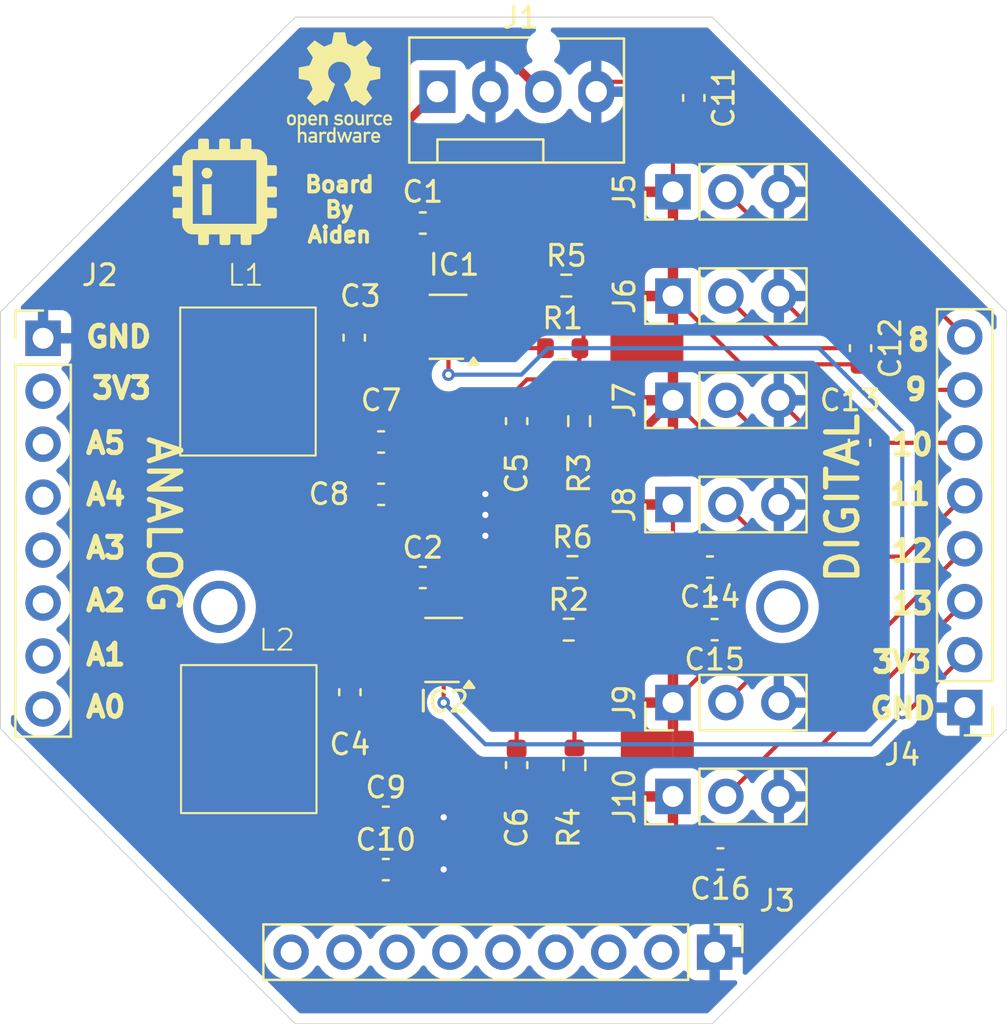
<source format=kicad_pcb>
(kicad_pcb (version 20240108) (generator "pcbnew") (generator_version "8.0")
  (layers (0 "F.Cu" signal "Top Copper") (31 "B.Cu" signal "Bottom Copper") (34 "B.Paste" user "Bottom Paste") (35 "F.Paste" user "Top Paste") (36 "B.SilkS" user "Bottom Overlay") (37 "F.SilkS" user "Top Overlay") (38 "B.Mask" user "Bottom Mask") (39 "F.Mask" user "Top Mask") (44 "Edge.Cuts" user))
  (net 0 "")
  (net 1 "GND")
  (net 2 "+BATT")
  (net 3 "+3V3")
  (net 4 "Net-(C6-Pad2)")
  (net 5 "Net-(IC1-FB)")
  (net 20 "Net-(J4-Pin_8)")
  (net 21 "Net-(J4-Pin_4)")
  (net 22 "Net-(J4-Pin_7)")
  (net 23 "Net-(J4-Pin_6)")
  (net 24 "Net-(J4-Pin_5)")
  (net 25 "Net-(J10-Pin_2)")
  (net 27 "Net-(IC1-BOOT)")
  (net 28 "Net-(IC1-LX)")
  (net 29 "Net-(IC2-LX)")
  (net 30 "Net-(IC2-BOOT)")
  (net 31 "+Vout")
  (net 32 "Net-(C5-Pad2)")
  (net 33 "+Vout1")
  (net 34 "Net-(IC2-FB)")
  (net 35 "+BATT1")
  (footprint "Capacitor_SMD:C_0603_1608Metric" (layer "F.Cu") (at 134.469995 88.237275 90)
    (property "Reference" "C3" (at 2 0.29 180) (layer "F.SilkS"))
    (property "Value" ".1uF")
    (pad "1" smd roundrect (at -0.775 0 90) (size 0.9 0.95) (layers "F.Cu" "F.Paste" "F.Mask") (net 27 "Net-(IC1-BOOT)"))
    (pad "2" smd roundrect (at 0.775 0 90) (size 0.9 0.95) (layers "F.Cu" "F.Paste" "F.Mask") (net 28 "Net-(IC1-LX)"))
  )
  (footprint "Capacitor_SMD:C_0603_1608Metric" (layer "F.Cu") (at 158.759995 88.737275 -90)
    (property "Reference" "C12" (at 0 -1.43 90) (layer "F.SilkS"))
    (property "Value" "22uF")
    (pad "1" smd roundrect (at -0.775 0 270) (size 0.9 0.95) (layers "F.Cu" "F.Paste" "F.Mask") (net 1 "GND"))
    (pad "2" smd roundrect (at 0.775 0 270) (size 0.9 0.95) (layers "F.Cu" "F.Paste" "F.Mask") (net 31 "+Vout"))
  )
  (footprint "Capacitor_SMD:C_0603_1608Metric" (layer "F.Cu") (at 151.534995 99.237275 180)
    (property "Reference" "C14" (at 0 -1.43 0) (layer "F.SilkS"))
    (property "Value" "22uF")
    (pad "1" smd roundrect (at -0.775 0 180) (size 0.9 0.95) (layers "F.Cu" "F.Paste" "F.Mask") (net 1 "GND"))
    (pad "2" smd roundrect (at 0.775 0 180) (size 0.9 0.95) (layers "F.Cu" "F.Paste" "F.Mask") (net 33 "+Vout1"))
  )
  (footprint "Connector_PinHeader_2.54mm:PinHeader_1x03_P2.54mm_Vertical" (layer "F.Cu") (at 149.759995 96.237275 90)
    (property "Reference" "J8" (at 0 -2.33 90) (layer "F.SilkS"))
    (property "Value" "Conn_01x03" (hide yes))
    (pad "1" thru_hole rect (at 0 0 90) (size 1.7 1.7) (drill 1) (layers "*.Cu" "*.Mask") (net 33 "+Vout1"))
    (pad "2" thru_hole oval (at 0 2.54 90) (size 1.7 1.7) (drill 1) (layers "*.Cu" "*.Mask") (net 24 "Net-(J4-Pin_5)"))
    (pad "3" thru_hole oval (at 0 5.08 90) (size 1.7 1.7) (drill 1) (layers "*.Cu" "*.Mask") (net 1 "GND"))
  )
  (footprint "Package_TO_SOT_SMD:TSOT-23-6_HandSoldering" (layer "F.Cu") (at 138.759995 103.237275 180)
    (property "Reference" "IC2" (at 0 -2.45 0) (layer "F.SilkS"))
    (property "Value" "RT6255BHGJ6F")
    (pad "1" smd roundrect (at -1.71 -0.95 180) (size 2 0.65) (layers "F.Cu" "F.Paste" "F.Mask") (net 34 "Net-(IC2-FB)"))
    (pad "2" smd roundrect (at -1.71 0 180) (size 2 0.65) (layers "F.Cu" "F.Paste" "F.Mask") (net 3 "+3V3"))
    (pad "3" smd roundrect (at -1.71 0.95 180) (size 2 0.65) (layers "F.Cu" "F.Paste" "F.Mask") (net 1 "GND"))
    (pad "4" smd roundrect (at 1.71 0.95 180) (size 2 0.65) (layers "F.Cu" "F.Paste" "F.Mask") (net 35 "+BATT1"))
    (pad "5" smd roundrect (at 1.71 0 180) (size 2 0.65) (layers "F.Cu" "F.Paste" "F.Mask") (net 29 "Net-(IC2-LX)"))
    (pad "6" smd roundrect (at 1.71 -0.95 180) (size 2 0.65) (layers "F.Cu" "F.Paste" "F.Mask") (net 30 "Net-(IC2-BOOT)"))
  )
  (footprint "Connector_PinHeader_2.54mm:PinHeader_1x03_P2.54mm_Vertical" (layer "F.Cu") (at 149.759995 91.237275 90)
    (property "Reference" "J7" (at 0 -2.33 90) (layer "F.SilkS"))
    (property "Value" "Conn_01x03" (hide yes))
    (pad "1" thru_hole rect (at 0 0 90) (size 1.7 1.7) (drill 1) (layers "*.Cu" "*.Mask") (net 31 "+Vout"))
    (pad "2" thru_hole oval (at 0 2.54 90) (size 1.7 1.7) (drill 1) (layers "*.Cu" "*.Mask") (net 23 "Net-(J4-Pin_6)"))
    (pad "3" thru_hole oval (at 0 5.08 90) (size 1.7 1.7) (drill 1) (layers "*.Cu" "*.Mask") (net 1 "GND"))
  )
  (footprint "Resistor_SMD:R_0603_1608Metric" (layer "F.Cu") (at 145.259995 92.237275 -90)
    (property "Reference" "R3" (at 2.5 0 90) (layer "F.SilkS"))
    (property "Value" "147K")
    (pad "1" smd roundrect (at -0.825 0 270) (size 0.8 0.95) (layers "F.Cu" "F.Paste" "F.Mask") (net 32 "Net-(C5-Pad2)"))
    (pad "2" smd roundrect (at 0.825 0 270) (size 0.8 0.95) (layers "F.Cu" "F.Paste" "F.Mask") (net 31 "+Vout"))
  )
  (footprint "Package_TO_SOT_SMD:TSOT-23-6_HandSoldering" (layer "F.Cu") (at 138.969995 87.737275 180)
    (property "Reference" "IC1" (at -0.29 3 0) (layer "F.SilkS"))
    (property "Value" "RT6255BHGJ6F")
    (pad "1" smd roundrect (at -1.71 -0.95 180) (size 2 0.65) (layers "F.Cu" "F.Paste" "F.Mask") (net 5 "Net-(IC1-FB)"))
    (pad "2" smd roundrect (at -1.71 0 180) (size 2 0.65) (layers "F.Cu" "F.Paste" "F.Mask") (net 3 "+3V3"))
    (pad "3" smd roundrect (at -1.71 0.95 180) (size 2 0.65) (layers "F.Cu" "F.Paste" "F.Mask") (net 1 "GND"))
    (pad "4" smd roundrect (at 1.71 0.95 180) (size 2 0.65) (layers "F.Cu" "F.Paste" "F.Mask") (net 2 "+BATT"))
    (pad "5" smd roundrect (at 1.71 0 180) (size 2 0.65) (layers "F.Cu" "F.Paste" "F.Mask") (net 28 "Net-(IC1-LX)"))
    (pad "6" smd roundrect (at 1.71 -0.95 180) (size 2 0.65) (layers "F.Cu" "F.Paste" "F.Mask") (net 27 "Net-(IC1-BOOT)"))
  )
  (footprint "Resistor_SMD:R_0603_1608Metric" (layer "F.Cu") (at 144.759995 102.237275)
    (property "Reference" "R2" (at 0 -1.43 0) (layer "F.SilkS"))
    (property "Value" "5K")
    (pad "1" smd roundrect (at -0.825 0) (size 0.8 0.95) (layers "F.Cu" "F.Paste" "F.Mask") (net 34 "Net-(IC2-FB)"))
    (pad "2" smd roundrect (at 0.825 0) (size 0.8 0.95) (layers "F.Cu" "F.Paste" "F.Mask") (net 4 "Net-(C6-Pad2)"))
  )
  (footprint "Resistor_SMD:R_0603_1608Metric" (layer "F.Cu") (at 144.934995 99.237275)
    (property "Reference" "R6" (at 0 -1.43 0) (layer "F.SilkS"))
    (property "Value" "20K")
    (pad "1" smd roundrect (at -0.825 0) (size 0.8 0.95) (layers "F.Cu" "F.Paste" "F.Mask") (net 1 "GND"))
    (pad "2" smd roundrect (at 0.825 0) (size 0.8 0.95) (layers "F.Cu" "F.Paste" "F.Mask") (net 4 "Net-(C6-Pad2)"))
  )
  (footprint "logos.preety:openSource" (layer "F.Cu") (at 133.759995 76.237275)
    (property "Reference" "G***" (hide yes))
    (property "Value" "LOGO" (hide yes))
  )
  (footprint "" (layer "F.Cu") (at 127.995533 101.144602)
    (property "Reference" "" (at 0 0 0) (layer "F.SilkS") (effects (font (size 1.27 1.27))))
    (property "Value" "")
    (pad "1" thru_hole circle (at 0 0) (size 2.5 2.5) (drill 1.75) (layers "*.Cu" "*.Mask"))
  )
  (footprint "Connector_PinHeader_2.54mm:PinHeader_1x09_P2.54mm_Vertical" (layer "F.Cu") (at 151.759995 117.7067 -90)
    (property "Reference" "J3" (at -2.469425 -3 180) (layer "F.SilkS"))
    (property "Value" "Conn_01x09" (hide yes))
    (pad "1" thru_hole rect (at 0 0 270) (size 1.7 1.7) (drill 1) (layers "*.Cu" "*.Mask") (net 1 "GND"))
    (pad "2" thru_hole oval (at 0 2.54 270) (size 1.7 1.7) (drill 1) (layers "*.Cu" "*.Mask"))
    (pad "3" thru_hole oval (at 0 5.08 270) (size 1.7 1.7) (drill 1) (layers "*.Cu" "*.Mask"))
    (pad "4" thru_hole oval (at 0 7.62 270) (size 1.7 1.7) (drill 1) (layers "*.Cu" "*.Mask"))
    (pad "5" thru_hole oval (at 0 10.16 270) (size 1.7 1.7) (drill 1) (layers "*.Cu" "*.Mask"))
    (pad "6" thru_hole oval (at 0 12.7 270) (size 1.7 1.7) (drill 1) (layers "*.Cu" "*.Mask"))
    (pad "7" thru_hole oval (at 0 15.24 270) (size 1.7 1.7) (drill 1) (layers "*.Cu" "*.Mask"))
    (pad "8" thru_hole oval (at 0 17.78 270) (size 1.7 1.7) (drill 1) (layers "*.Cu" "*.Mask"))
    (pad "9" thru_hole oval (at 0 20.32 270) (size 1.7 1.7) (drill 1) (layers "*.Cu" "*.Mask"))
  )
  (footprint "Capacitor_SMD:C_0603_1608Metric" (layer "F.Cu") (at 134.259995 105.237275 90)
    (property "Reference" "C4" (at -2.5 0 180) (layer "F.SilkS"))
    (property "Value" ".1uF")
    (pad "1" smd roundrect (at -0.775 0 90) (size 0.9 0.95) (layers "F.Cu" "F.Paste" "F.Mask") (net 30 "Net-(IC2-BOOT)"))
    (pad "2" smd roundrect (at 0.775 0 90) (size 0.9 0.95) (layers "F.Cu" "F.Paste" "F.Mask") (net 29 "Net-(IC2-LX)"))
  )
  (footprint "LibrarySPM6530T:SPM6530T-4R7M" (layer "F.Cu") (at 132.659995 103.937275 -90)
    (property "Reference" "L2" (at -1.2 1.9 0) (layer "F.SilkS") (effects (font (thickness 0.1))))
    (property "Value" "4.7uH")
    (pad "1" smd roundrect (at 0.8 3.4 270) (size 1.55 3.2) (layers "F.Cu" "F.Paste" "F.Mask") (net 29 "Net-(IC2-LX)"))
    (pad "2" smd roundrect (at 6.3 3.4 270) (size 1.55 3.2) (layers "F.Cu" "F.Paste" "F.Mask") (net 33 "+Vout1"))
  )
  (footprint "Connector_PinHeader_2.54mm:PinHeader_1x03_P2.54mm_Vertical" (layer "F.Cu") (at 149.759995 81.237275 90)
    (property "Reference" "J5" (at 0 -2.33 90) (layer "F.SilkS"))
    (property "Value" "Conn_01x03" (hide yes))
    (pad "1" thru_hole rect (at 0 0 90) (size 1.7 1.7) (drill 1) (layers "*.Cu" "*.Mask") (net 31 "+Vout"))
    (pad "2" thru_hole oval (at 0 2.54 90) (size 1.7 1.7) (drill 1) (layers "*.Cu" "*.Mask") (net 20 "Net-(J4-Pin_8)"))
    (pad "3" thru_hole oval (at 0 5.08 90) (size 1.7 1.7) (drill 1) (layers "*.Cu" "*.Mask") (net 1 "GND"))
  )
  (footprint "Connector_PinHeader_2.54mm:PinHeader_1x08_P2.54mm_Vertical" (layer "F.Cu") (at 163.759995 105.977275 180)
    (property "Reference" "J4" (at 3 -2.26 0) (layer "F.SilkS"))
    (property "Value" "Conn_01x08" (hide yes))
    (pad "1" thru_hole rect (at 0 0 180) (size 1.7 1.7) (drill 1) (layers "*.Cu" "*.Mask") (net 1 "GND"))
    (pad "2" thru_hole oval (at 0 2.54 180) (size 1.7 1.7) (drill 1) (layers "*.Cu" "*.Mask") (net 3 "+3V3"))
    (pad "3" thru_hole oval (at 0 5.08 180) (size 1.7 1.7) (drill 1) (layers "*.Cu" "*.Mask") (net 25 "Net-(J10-Pin_2)"))
    (pad "4" thru_hole oval (at 0 7.62 180) (size 1.7 1.7) (drill 1) (layers "*.Cu" "*.Mask") (net 21 "Net-(J4-Pin_4)"))
    (pad "5" thru_hole oval (at 0 10.16 180) (size 1.7 1.7) (drill 1) (layers "*.Cu" "*.Mask") (net 24 "Net-(J4-Pin_5)"))
    (pad "6" thru_hole oval (at 0 12.7 180) (size 1.7 1.7) (drill 1) (layers "*.Cu" "*.Mask") (net 23 "Net-(J4-Pin_6)"))
    (pad "7" thru_hole oval (at 0 15.24 180) (size 1.7 1.7) (drill 1) (layers "*.Cu" "*.Mask") (net 22 "Net-(J4-Pin_7)"))
    (pad "8" thru_hole oval (at 0 17.78 180) (size 1.7 1.7) (drill 1) (layers "*.Cu" "*.Mask") (net 20 "Net-(J4-Pin_8)"))
  )
  (footprint "Capacitor_SMD:C_0603_1608Metric" (layer "F.Cu") (at 135.759995 95.747275)
    (property "Reference" "C8" (at -2.5 -0.01 0) (layer "F.SilkS"))
    (property "Value" "100pF")
    (pad "1" smd roundrect (at -0.775 0) (size 0.9 0.95) (layers "F.Cu" "F.Paste" "F.Mask") (net 31 "+Vout"))
    (pad "2" smd roundrect (at 0.775 0) (size 0.9 0.95) (layers "F.Cu" "F.Paste" "F.Mask") (net 1 "GND"))
  )
  (footprint "Connector:FanPinHeader_1x04_P2.54mm_Vertical" (layer "F.Cu") (at 138.459995 76.437275)
    (property "Reference" "J1" (at 4 -3.55 0) (layer "F.SilkS"))
    (property "Value" "Screw_Terminal_01x04")
    (pad "" np_thru_hole circle (at 5.08 -2.16 90) (size 1.1 1.1) (drill 1.1) (layers "*.Cu" "*.Mask"))
    (pad "1" thru_hole rect (at 0 0 90) (size 2.03 1.73) (drill 1.02) (layers "*.Cu" "*.Mask") (net 2 "+BATT"))
    (pad "2" thru_hole oval (at 2.54 0 90) (size 2.03 1.73) (drill 1.02) (layers "*.Cu" "*.Mask") (net 1 "GND"))
    (pad "3" thru_hole oval (at 5.08 0 90) (size 2.03 1.73) (drill 1.02) (layers "*.Cu" "*.Mask") (net 35 "+BATT1"))
    (pad "4" thru_hole oval (at 7.62 0 90) (size 2.03 1.73) (drill 1.02) (layers "*.Cu" "*.Mask") (net 1 "GND"))
  )
  (footprint "Connector_PinHeader_2.54mm:PinHeader_1x03_P2.54mm_Vertical" (layer "F.Cu") (at 149.759995 110.237275 90)
    (property "Reference" "J10" (at 0 -2.33 90) (layer "F.SilkS"))
    (property "Value" "Conn_01x03" (hide yes))
    (pad "1" thru_hole rect (at 0 0 90) (size 1.7 1.7) (drill 1) (layers "*.Cu" "*.Mask") (net 33 "+Vout1"))
    (pad "2" thru_hole oval (at 0 2.54 90) (size 1.7 1.7) (drill 1) (layers "*.Cu" "*.Mask") (net 25 "Net-(J10-Pin_2)"))
    (pad "3" thru_hole oval (at 0 5.08 90) (size 1.7 1.7) (drill 1) (layers "*.Cu" "*.Mask") (net 1 "GND"))
  )
  (footprint "Resistor_SMD:R_0603_1608Metric" (layer "F.Cu") (at 144.644995 85.737275)
    (property "Reference" "R5" (at 0 -1.43 0) (layer "F.SilkS"))
    (property "Value" "20K")
    (pad "1" smd roundrect (at -0.825 0) (size 0.8 0.95) (layers "F.Cu" "F.Paste" "F.Mask") (net 1 "GND"))
    (pad "2" smd roundrect (at 0.825 0) (size 0.8 0.95) (layers "F.Cu" "F.Paste" "F.Mask") (net 32 "Net-(C5-Pad2)"))
  )
  (footprint "Connector_PinHeader_2.54mm:PinHeader_1x08_P2.54mm_Vertical" (layer "F.Cu") (at 119.541749 88.262961)
    (property "Reference" "J2" (at 2.718246 -3.025686 0) (layer "F.SilkS"))
    (property "Value" "Conn_01x08" (hide yes))
    (pad "1" thru_hole rect (at 0 0) (size 1.7 1.7) (drill 1) (layers "*.Cu" "*.Mask") (net 1 "GND"))
    (pad "2" thru_hole oval (at 0 2.54) (size 1.7 1.7) (drill 1) (layers "*.Cu" "*.Mask"))
    (pad "3" thru_hole oval (at 0 5.08) (size 1.7 1.7) (drill 1) (layers "*.Cu" "*.Mask"))
    (pad "4" thru_hole oval (at 0 7.62) (size 1.7 1.7) (drill 1) (layers "*.Cu" "*.Mask"))
    (pad "5" thru_hole oval (at 0 10.16) (size 1.7 1.7) (drill 1) (layers "*.Cu" "*.Mask"))
    (pad "6" thru_hole oval (at 0 12.7) (size 1.7 1.7) (drill 1) (layers "*.Cu" "*.Mask"))
    (pad "7" thru_hole oval (at 0 15.24) (size 1.7 1.7) (drill 1) (layers "*.Cu" "*.Mask"))
    (pad "8" thru_hole oval (at 0 17.78) (size 1.7 1.7) (drill 1) (layers "*.Cu" "*.Mask"))
  )
  (footprint "Connector_PinHeader_2.54mm:PinHeader_1x03_P2.54mm_Vertical" (layer "F.Cu") (at 149.759995 86.237275 90)
    (property "Reference" "J6" (at 0 -2.33 90) (layer "F.SilkS"))
    (property "Value" "Conn_01x03" (hide yes))
    (pad "1" thru_hole rect (at 0 0 90) (size 1.7 1.7) (drill 1) (layers "*.Cu" "*.Mask") (net 31 "+Vout"))
    (pad "2" thru_hole oval (at 0 2.54 90) (size 1.7 1.7) (drill 1) (layers "*.Cu" "*.Mask") (net 22 "Net-(J4-Pin_7)"))
    (pad "3" thru_hole oval (at 0 5.08 90) (size 1.7 1.7) (drill 1) (layers "*.Cu" "*.Mask") (net 1 "GND"))
  )
  (footprint "" (layer "F.Cu") (at 155.00103 101.13368)
    (property "Reference" "" (at 0 0 0) (layer "F.SilkS") (effects (font (size 1.27 1.27))))
    (property "Value" "")
    (pad "2" thru_hole circle (at 0 0) (size 2.5 2.5) (drill 1.75) (layers "*.Cu" "*.Mask"))
  )
  (footprint "Capacitor_SMD:C_0603_1608Metric" (layer "F.Cu") (at 135.759995 93.237275)
    (property "Reference" "C7" (at 0 -2 0) (layer "F.SilkS"))
    (property "Value" "100pF")
    (pad "1" smd roundrect (at -0.775 0) (size 0.9 0.95) (layers "F.Cu" "F.Paste" "F.Mask") (net 31 "+Vout"))
    (pad "2" smd roundrect (at 0.775 0) (size 0.9 0.95) (layers "F.Cu" "F.Paste" "F.Mask") (net 1 "GND"))
  )
  (footprint "logos.preety:iotaCore" (layer "F.Cu") (at 128.259995 81.237275)
    (property "Reference" "G***" (hide yes))
    (property "Value" "LOGO" (hide yes))
  )
  (footprint "Capacitor_SMD:C_0603_1608Metric" (layer "F.Cu") (at 150.759995 76.737275 -90)
    (property "Reference" "C11" (at 0 -1.43 90) (layer "F.SilkS"))
    (property "Value" "22uF")
    (pad "1" smd roundrect (at -0.775 0 270) (size 0.9 0.95) (layers "F.Cu" "F.Paste" "F.Mask") (net 1 "GND"))
    (pad "2" smd roundrect (at 0.775 0 270) (size 0.9 0.95) (layers "F.Cu" "F.Paste" "F.Mask") (net 31 "+Vout"))
  )
  (footprint "LibrarySPM6530T:SPM6530T-4R7M" (layer "F.Cu") (at 132.619995 86.787275 -90)
    (property "Reference" "L1" (at -1.55 3.36 0) (layer "F.SilkS") (effects (font (thickness 0.1))))
    (property "Value" "4.7uH")
    (pad "1" smd roundrect (at 0.8 3.4 270) (size 1.55 3.2) (layers "F.Cu" "F.Paste" "F.Mask") (net 28 "Net-(IC1-LX)"))
    (pad "2" smd roundrect (at 6.3 3.4 270) (size 1.55 3.2) (layers "F.Cu" "F.Paste" "F.Mask") (net 31 "+Vout"))
  )
  (footprint "Capacitor_SMD:C_0603_1608Metric" (layer "F.Cu") (at 137.759995 99.737275)
    (property "Reference" "C2" (at 0 -1.43 0) (layer "F.SilkS"))
    (property "Value" "22uF")
    (pad "1" smd roundrect (at -0.775 0) (size 0.9 0.95) (layers "F.Cu" "F.Paste" "F.Mask") (net 35 "+BATT1"))
    (pad "2" smd roundrect (at 0.775 0) (size 0.9 0.95) (layers "F.Cu" "F.Paste" "F.Mask") (net 1 "GND"))
  )
  (footprint "Capacitor_SMD:C_0603_1608Metric" (layer "F.Cu") (at 135.984995 113.747275)
    (property "Reference" "C10" (at 0 -1.43 0) (layer "F.SilkS"))
    (property "Value" "100pF")
    (pad "1" smd roundrect (at -0.775 0) (size 0.9 0.95) (layers "F.Cu" "F.Paste" "F.Mask") (net 33 "+Vout1"))
    (pad "2" smd roundrect (at 0.775 0) (size 0.9 0.95) (layers "F.Cu" "F.Paste" "F.Mask") (net 1 "GND"))
  )
  (footprint "Resistor_SMD:R_0603_1608Metric" (layer "F.Cu") (at 145.034995 108.737275 -90)
    (property "Reference" "R4" (at 3 0.275 90) (layer "F.SilkS"))
    (property "Value" "147K")
    (pad "1" smd roundrect (at -0.825 0 270) (size 0.8 0.95) (layers "F.Cu" "F.Paste" "F.Mask") (net 4 "Net-(C6-Pad2)"))
    (pad "2" smd roundrect (at 0.825 0 270) (size 0.8 0.95) (layers "F.Cu" "F.Paste" "F.Mask") (net 33 "+Vout1"))
  )
  (footprint "Capacitor_SMD:C_0603_1608Metric" (layer "F.Cu") (at 152.034995 113.237275 180)
    (property "Reference" "C16" (at 0 -1.43 0) (layer "F.SilkS"))
    (property "Value" "22uF")
    (pad "1" smd roundrect (at -0.775 0 180) (size 0.9 0.95) (layers "F.Cu" "F.Paste" "F.Mask") (net 1 "GND"))
    (pad "2" smd roundrect (at 0.775 0 180) (size 0.9 0.95) (layers "F.Cu" "F.Paste" "F.Mask") (net 33 "+Vout1"))
  )
  (footprint "Capacitor_SMD:C_0603_1608Metric" (layer "F.Cu") (at 135.984995 111.237275)
    (property "Reference" "C9" (at 0 -1.43 0) (layer "F.SilkS"))
    (property "Value" "100pF")
    (pad "1" smd roundrect (at -0.775 0) (size 0.9 0.95) (layers "F.Cu" "F.Paste" "F.Mask") (net 33 "+Vout1"))
    (pad "2" smd roundrect (at 0.775 0) (size 0.9 0.95) (layers "F.Cu" "F.Paste" "F.Mask") (net 1 "GND"))
  )
  (footprint "Connector_PinHeader_2.54mm:PinHeader_1x03_P2.54mm_Vertical" (layer "F.Cu") (at 149.759995 105.737275 90)
    (property "Reference" "J9" (at 0 -2.33 90) (layer "F.SilkS"))
    (property "Value" "Conn_01x03" (hide yes))
    (pad "1" thru_hole rect (at 0 0 90) (size 1.7 1.7) (drill 1) (layers "*.Cu" "*.Mask") (net 33 "+Vout1"))
    (pad "2" thru_hole oval (at 0 2.54 90) (size 1.7 1.7) (drill 1) (layers "*.Cu" "*.Mask") (net 21 "Net-(J4-Pin_4)"))
    (pad "3" thru_hole oval (at 0 5.08 90) (size 1.7 1.7) (drill 1) (layers "*.Cu" "*.Mask") (net 1 "GND"))
  )
  (footprint "Capacitor_SMD:C_0603_1608Metric" (layer "F.Cu") (at 142.259995 92.237275 90)
    (property "Reference" "C5" (at -2.5 0 90) (layer "F.SilkS"))
    (property "Value" "47uF")
    (pad "1" smd roundrect (at -0.775 0 90) (size 0.9 0.95) (layers "F.Cu" "F.Paste" "F.Mask") (net 31 "+Vout"))
    (pad "2" smd roundrect (at 0.775 0 90) (size 0.9 0.95) (layers "F.Cu" "F.Paste" "F.Mask") (net 32 "Net-(C5-Pad2)"))
  )
  (footprint "Capacitor_SMD:C_0603_1608Metric" (layer "F.Cu") (at 158.711416 93.267961 -90)
    (property "Reference" "C13" (at -2.030686 0.451421 180) (layer "F.SilkS"))
    (property "Value" "22uF")
    (pad "1" smd roundrect (at -0.775 0 270) (size 0.9 0.95) (layers "F.Cu" "F.Paste" "F.Mask") (net 1 "GND"))
    (pad "2" smd roundrect (at 0.775 0 270) (size 0.9 0.95) (layers "F.Cu" "F.Paste" "F.Mask") (net 31 "+Vout"))
  )
  (footprint "Capacitor_SMD:C_0603_1608Metric" (layer "F.Cu") (at 142.259995 108.737275 90)
    (property "Reference" "C6" (at -3 0 90) (layer "F.SilkS"))
    (property "Value" "47uF")
    (pad "1" smd roundrect (at -0.775 0 90) (size 0.9 0.95) (layers "F.Cu" "F.Paste" "F.Mask") (net 33 "+Vout1"))
    (pad "2" smd roundrect (at 0.775 0 90) (size 0.9 0.95) (layers "F.Cu" "F.Paste" "F.Mask") (net 4 "Net-(C6-Pad2)"))
  )
  (footprint "Capacitor_SMD:C_0603_1608Metric" (layer "F.Cu") (at 137.759995 82.737275 180)
    (property "Reference" "C1" (at 0 1.5 0) (layer "F.SilkS"))
    (property "Value" "22uF")
    (pad "1" smd roundrect (at -0.775 0 180) (size 0.9 0.95) (layers "F.Cu" "F.Paste" "F.Mask") (net 1 "GND"))
    (pad "2" smd roundrect (at 0.775 0 180) (size 0.9 0.95) (layers "F.Cu" "F.Paste" "F.Mask") (net 2 "+BATT"))
  )
  (footprint "Resistor_SMD:R_0603_1608Metric" (layer "F.Cu") (at 144.469995 88.737275)
    (property "Reference" "R1" (at 0 -1.43 0) (layer "F.SilkS"))
    (property "Value" "5K")
    (pad "1" smd roundrect (at -0.825 0) (size 0.8 0.95) (layers "F.Cu" "F.Paste" "F.Mask") (net 5 "Net-(IC1-FB)"))
    (pad "2" smd roundrect (at 0.825 0) (size 0.8 0.95) (layers "F.Cu" "F.Paste" "F.Mask") (net 32 "Net-(C5-Pad2)"))
  )
  (footprint "Capacitor_SMD:C_0603_1608Metric" (layer "F.Cu") (at 151.759995 102.237275 180)
    (property "Reference" "C15" (at 0 -1.43 0) (layer "F.SilkS"))
    (property "Value" "22uF")
    (pad "1" smd roundrect (at -0.775 0 180) (size 0.9 0.95) (layers "F.Cu" "F.Paste" "F.Mask") (net 1 "GND"))
    (pad "2" smd roundrect (at 0.775 0 180) (size 0.9 0.95) (layers "F.Cu" "F.Paste" "F.Mask") (net 33 "+Vout1"))
  )
  (gr_line (start 131.64214 72.85787) (end 151.64214 72.85787) (stroke (width 0.05)) (layer "Edge.Cuts"))
  (gr_line (start 117.5 87) (end 131.64214 72.85787) (stroke (width 0.05)) (layer "Edge.Cuts"))
  (gr_line (start 165.78427 87) (end 165.78427 107) (stroke (width 0.05)) (layer "Edge.Cuts"))
  (gr_line (start 117.5 107) (end 117.5 87) (stroke (width 0.05)) (layer "Edge.Cuts"))
  (gr_line (start 151.64214 72.85787) (end 165.78427 87) (stroke (width 0.05)) (layer "Edge.Cuts"))
  (gr_line (start 131.64214 121.14214) (end 117.5 107) (stroke (width 0.05)) (layer "Edge.Cuts"))
  (gr_line (start 165.78427 107) (end 151.64214 121.14214) (stroke (width 0.05)) (layer "Edge.Cuts"))
  (gr_line (start 151.64214 121.14214) (end 131.64214 121.14214) (stroke (width 0.05)) (layer "Edge.Cuts"))
  (gr_text "Board\nBy\nAiden" (at 133.759995 83.737275 0) (layer "F.SilkS") (effects (font (size 0.75 0.75) (thickness 0.1875) (bold yes)) (justify bottom)))
  (gr_text "A1" (at 121.48003 104.02718 0) (layer "F.SilkS") (effects (font (size 1 1) (thickness 0.254)) (justify left bottom)))
  (gr_text "A0" (at 121.48003 106.52718 0) (layer "F.SilkS") (effects (font (size 1 1) (thickness 0.254)) (justify left bottom)))
  (gr_text "11" (at 162.23003 96.32718 0) (layer "F.SilkS") (effects (font (size 1 1) (thickness 0.254)) (justify right bottom)))
  (gr_text "3V3" (at 121.759995 91.237275 0) (layer "F.SilkS") (effects (font (size 1 1) (thickness 0.254)) (justify left bottom)))
  (gr_text "A2" (at 121.48122 101.42718 0) (layer "F.SilkS") (effects (font (size 1 1) (thickness 0.254)) (justify left bottom)))
  (gr_text "GND" (at 121.48122 88.77718 0) (layer "F.SilkS") (effects (font (size 1 1) (thickness 0.254)) (justify left bottom)))
  (gr_text "12" (at 162.35503 99.05218 0) (layer "F.SilkS") (effects (font (size 1 1) (thickness 0.254)) (justify right bottom)))
  (gr_text "GND" (at 162.48004 106.60218 0) (layer "F.SilkS") (effects (font (size 1 1) (thickness 0.254)) (justify right bottom)))
  (gr_text "A4" (at 121.48003 96.35218 0) (layer "F.SilkS") (effects (font (size 1 1) (thickness 0.254)) (justify left bottom)))
  (gr_text "DIGITAL" (at 158.78078 91.72967 90) (layer "F.SilkS") (effects (font (size 1.5 1.5) (thickness 0.254)) (justify right bottom)))
  (gr_text "A5" (at 121.48003 93.87718 0) (layer "F.SilkS") (effects (font (size 1 1) (thickness 0.254)) (justify left bottom)))
  (gr_text "8" (at 162.1787 88.92718 0) (layer "F.SilkS") (effects (font (size 1 1) (thickness 0.254)) (justify right bottom)))
  (gr_text "9" (at 162.0537 91.30218 0) (layer "F.SilkS") (effects (font (size 1 1) (thickness 0.254)) (justify right bottom)))
  (gr_text "ANALOG" (at 124.44628 101.58768 270) (layer "F.SilkS") (effects (font (size 1.5 1.5) (thickness 0.254)) (justify right bottom)))
  (gr_text "13" (at 162.3537 101.57718 0) (layer "F.SilkS") (effects (font (size 1 1) (thickness 0.254)) (justify right bottom)))
  (gr_text "3V3" (at 162.27871 104.37718 0) (layer "F.SilkS") (effects (font (size 1 1) (thickness 0.254)) (justify right bottom)))
  (gr_text "10" (at 162.35503 93.95218 0) (layer "F.SilkS") (effects (font (size 1 1) (thickness 0.254)) (justify right bottom)))
  (gr_text "A3" (at 121.48003 98.90218 0) (layer "F.SilkS") (effects (font (size 1 1) (thickness 0.254)) (justify left bottom)))
  (segment (start 140.469995 98.027275) (end 140.759995 97.737275) (width 0.2) (layer "F.Cu") (net 1))
  (segment (start 152.309995 99.237275) (end 152.309995 100.187275) (width 0.2) (layer "F.Cu") (net 1))
  (segment (start 139.259995 82.737275) (end 138.534995 82.737275) (width 0.2) (layer "F.Cu") (net 1))
  (segment (start 152.534995 102.237275) (end 152.534995 101.512275) (width 0.2) (layer "F.Cu") (net 1))
  (segment (start 150.759995 75.962275) (end 146.554995 75.962275) (width 0.2) (layer "F.Cu") (net 1))
  (segment (start 158.776901 92.539563) (end 156.142283 92.539563) (width 0.2) (layer "F.Cu") (net 1))
  (segment (start 142.819995 86.737275) (end 140.729995 86.737275) (width 0.2) (layer "F.Cu") (net 1))
  (segment (start 152.534995 101.512275) (end 151.759995 100.737275) (width 0.2) (layer "F.Cu") (net 1))
  (segment (start 140.999995 81.497275) (end 139.759995 82.737275) (width 0.2) (layer "F.Cu") (net 1))
  (segment (start 158.759995 87.962275) (end 156.564995 87.962275) (width 0.2) (layer "F.Cu") (net 1))
  (segment (start 146.554995 75.962275) (end 146.079995 76.437275) (width 0.2) (layer "F.Cu") (net 1))
  (segment (start 139.759995 82.737275) (end 138.534995 82.737275) (width 0.2) (layer "F.Cu") (net 1))
  (segment (start 139.759995 96.737275) (end 140.759995 96.737275) (width 0.2) (layer "F.Cu") (net 1))
  (segment (start 154.839995 112.657275) (end 154.839995 110.237275) (width 0.2) (layer "F.Cu") (net 1))
  (segment (start 140.729995 86.737275) (end 140.679995 86.787275) (width 0.2) (layer "F.Cu") (net 1))
  (segment (start 152.309995 100.187275) (end 151.759995 100.737275) (width 0.2) (layer "F.Cu") (net 1))
  (segment (start 139.759995 82.737275) (end 140.679995 83.657275) (width 0.2) (layer "F.Cu") (net 1))
  (segment (start 143.819995 85.737275) (end 142.819995 86.737275) (width 0.2) (layer "F.Cu") (net 1))
  (segment (start 152.809995 113.237275) (end 154.259995 113.237275) (width 0.2) (layer "F.Cu") (net 1))
  (segment (start 140.679995 83.657275) (end 140.679995 86.787275) (width 0.2) (layer "F.Cu") (net 1))
  (segment (start 154.259995 113.237275) (end 154.839995 112.657275) (width 0.2) (layer "F.Cu") (net 1))
  (segment (start 156.142283 92.539563) (end 154.839995 91.237275) (width 0.2) (layer "F.Cu") (net 1))
  (segment (start 140.999995 76.437275) (end 140.999995 81.497275) (width 0.2) (layer "F.Cu") (net 1))
  (segment (start 140.469995 102.287275) (end 140.469995 98.027275) (width 0.2) (layer "F.Cu") (net 1))
  (segment (start 136.534995 93.237275) (end 136.534995 93.512275) (width 0.2) (layer "F.Cu") (net 1))
  (segment (start 156.564995 87.962275) (end 154.839995 86.237275) (width 0.2) (layer "F.Cu") (net 1))
  (segment (start 138.534995 97.962275) (end 139.759995 96.737275) (width 0.2) (layer "F.Cu") (net 1))
  (segment (start 138.534995 99.737275) (end 138.534995 97.962275) (width 0.2) (layer "F.Cu") (net 1))
  (via (at 138.759995 113.737275) (size 0.6) (drill 0.3) (layers "F.Cu" "B.Cu") (net 1))
  (via (at 140.759995 96.737275) (size 0.6) (drill 0.3) (layers "F.Cu" "B.Cu") (net 1))
  (via (at 138.759995 111.237275) (size 0.6) (drill 0.3) (layers "F.Cu" "B.Cu") (net 1))
  (via (at 151.759995 100.737275) (size 0.6) (drill 0.3) (layers "F.Cu" "B.Cu") (net 1))
  (via (at 140.759995 97.737275) (size 0.6) (drill 0.3) (layers "F.Cu" "B.Cu") (net 1))
  (via (at 140.759995 95.737275) (size 0.6) (drill 0.3) (layers "F.Cu" "B.Cu") (net 1))
  (segment (start 136.984995 77.912275) (end 136.984995 82.737275) (width 0.4) (layer "F.Cu") (net 2))
  (segment (start 137.259995 86.787275) (end 137.259995 83.012275) (width 0.4) (layer "F.Cu") (net 2))
  (segment (start 137.259995 83.012275) (end 136.984995 82.737275) (width 0.4) (layer "F.Cu") (net 2))
  (segment (start 138.459995 76.437275) (end 136.984995 77.912275) (width 0.4) (layer "F.Cu") (net 2))
  (segment (start 140.469995 103.237275) (end 139.259995 103.237275) (width 0.2) (layer "F.Cu") (net 3))
  (segment (start 138.759995 103.737275) (end 138.759995 105.737275) (width 0.2) (layer "F.Cu") (net 3))
  (segment (start 139.259995 87.737275) (end 140.679995 87.737275) (width 0.2) (layer "F.Cu") (net 3))
  (segment (start 138.989218 90.008052) (end 138.989218 88.008052) (width 0.2) (layer "F.Cu") (net 3))
  (segment (start 138.989218 88.008052) (end 139.259995 87.737275) (width 0.2) (layer "F.Cu") (net 3))
  (segment (start 160.759995 106.237275) (end 160.959995 106.237275) (width 0.2) (layer "F.Cu") (net 3))
  (segment (start 160.959995 106.237275) (end 163.759995 103.437275) (width 0.2) (layer "F.Cu") (net 3))
  (segment (start 139.259995 103.237275) (end 138.759995 103.737275) (width 0.2) (layer "F.Cu") (net 3))
  (via (at 160.759995 106.237275) (size 0.6) (drill 0.3) (layers "F.Cu" "B.Cu") (net 3))
  (via (at 138.759995 105.737275) (size 0.6) (drill 0.3) (layers "F.Cu" "B.Cu") (net 3))
  (via (at 138.989218 90.008052) (size 0.6) (drill 0.3) (layers "F.Cu" "B.Cu") (net 3))
  (segment (start 160.759995 92.737275) (end 156.759995 88.737275) (width 0.2) (layer "B.Cu") (net 3))
  (segment (start 156.759995 88.737275) (end 143.759995 88.737275) (width 0.2) (layer "B.Cu") (net 3))
  (segment (start 143.759995 88.737275) (end 142.489218 90.008052) (width 0.2) (layer "B.Cu") (net 3))
  (segment (start 140.759995 107.737275) (end 138.759995 105.737275) (width 0.2) (layer "B.Cu") (net 3))
  (segment (start 142.489218 90.008052) (end 138.989218 90.008052) (width 0.2) (layer "B.Cu") (net 3))
  (segment (start 160.759995 106.237275) (end 160.759995 92.737275) (width 0.2) (layer "B.Cu") (net 3))
  (segment (start 160.759995 106.237275) (end 159.259995 107.737275) (width 0.2) (layer "B.Cu") (net 3))
  (segment (start 159.259995 107.737275) (end 140.759995 107.737275) (width 0.2) (layer "B.Cu") (net 3))
  (segment (start 145.584995 99.412275) (end 145.584995 102.237275) (width 0.2) (layer "F.Cu") (net 4))
  (segment (start 143.509995 104.987275) (end 142.259995 106.237275) (width 0.2) (layer "F.Cu") (net 4))
  (segment (start 145.034995 107.912275) (end 145.034995 106.512275) (width 0.2) (layer "F.Cu") (net 4))
  (segment (start 142.259995 106.237275) (end 142.259995 107.962275) (width 0.2) (layer "F.Cu") (net 4))
  (segment (start 145.584995 102.912275) (end 143.509995 104.987275) (width 0.2) (layer "F.Cu") (net 4))
  (segment (start 145.584995 102.237275) (end 145.584995 102.912275) (width 0.2) (layer "F.Cu") (net 4))
  (segment (start 145.034995 106.512275) (end 143.509995 104.987275) (width 0.2) (layer "F.Cu") (net 4))
  (segment (start 145.759995 99.237275) (end 145.584995 99.412275) (width 0.2) (layer "F.Cu") (net 4))
  (segment (start 143.644995 88.737275) (end 140.729995 88.737275) (width 0.2) (layer "F.Cu") (net 5))
  (segment (start 140.729995 88.737275) (end 140.679995 88.687275) (width 0.2) (layer "F.Cu") (net 5))
  (segment (start 159.299995 83.737275) (end 154.799995 83.737275) (width 0.2) (layer "F.Cu") (net 20))
  (segment (start 163.759995 88.197275) (end 159.299995 83.737275) (width 0.2) (layer "F.Cu") (net 20))
  (segment (start 154.799995 83.737275) (end 152.299995 81.237275) (width 0.2) (layer "F.Cu") (net 20))
  (segment (start 158.379995 103.737275) (end 154.299995 103.737275) (width 0.2) (layer "F.Cu") (net 21))
  (segment (start 163.759995 98.357275) (end 158.379995 103.737275) (width 0.2) (layer "F.Cu") (net 21))
  (segment (start 154.299995 103.737275) (end 152.299995 105.737275) (width 0.2) (layer "F.Cu") (net 21))
  (segment (start 163.759995 90.737275) (end 161.259995 90.737275) (width 0.2) (layer "F.Cu") (net 22))
  (segment (start 159.259995 88.737275) (end 154.799995 88.737275) (width 0.2) (layer "F.Cu") (net 22))
  (segment (start 154.799995 88.737275) (end 152.299995 86.237275) (width 0.2) (layer "F.Cu") (net 22))
  (segment (start 161.259995 90.737275) (end 159.259995 88.737275) (width 0.2) (layer "F.Cu") (net 22))
  (segment (start 154.259995 93.237275) (end 154.259995 93.197275) (width 0.2) (layer "F.Cu") (net 23))
  (segment (start 154.299995 93.277275) (end 154.259995 93.237275) (width 0.2) (layer "F.Cu") (net 23))
  (segment (start 163.759995 93.277275) (end 154.299995 93.277275) (width 0.2) (layer "F.Cu") (net 23))
  (segment (start 154.259995 93.197275) (end 152.299995 91.237275) (width 0.2) (layer "F.Cu") (net 23))
  (segment (start 154.759995 98.697275) (end 154.759995 98.737275) (width 0.2) (layer "F.Cu") (net 24))
  (segment (start 154.759995 98.737275) (end 160.839995 98.737275) (width 0.2) (layer "F.Cu") (net 24))
  (segment (start 152.299995 96.237275) (end 154.759995 98.697275) (width 0.2) (layer "F.Cu") (net 24))
  (segment (start 160.839995 98.737275) (end 163.759995 95.817275) (width 0.2) (layer "F.Cu") (net 24))
  (segment (start 156.919995 107.737275) (end 154.799995 107.737275) (width 0.2) (layer "F.Cu") (net 25))
  (segment (start 163.759995 100.897275) (end 156.919995 107.737275) (width 0.2) (layer "F.Cu") (net 25))
  (segment (start 154.799995 107.737275) (end 152.299995 110.237275) (width 0.2) (layer "F.Cu") (net 25))
  (segment (start 134.469995 89.012275) (end 136.934995 89.012275) (width 0.2) (layer "F.Cu") (net 27))
  (segment (start 136.934995 89.012275) (end 137.259995 88.687275) (width 0.2) (layer "F.Cu") (net 27))
  (segment (start 134.469995 87.462275) (end 129.344995 87.462275) (width 0.4) (layer "F.Cu") (net 28))
  (segment (start 129.344995 87.462275) (end 129.219995 87.587275) (width 0.2) (layer "F.Cu") (net 28))
  (segment (start 137.259995 87.737275) (end 134.744995 87.737275) (width 0.4) (layer "F.Cu") (net 28))
  (segment (start 134.744995 87.737275) (end 134.469995 87.462275) (width 0.4) (layer "F.Cu") (net 28))
  (segment (start 134.034995 104.462275) (end 133.759995 104.737275) (width 0.4) (layer "F.Cu") (net 29))
  (segment (start 135.484995 103.237275) (end 134.259995 104.462275) (width 0.4) (layer "F.Cu") (net 29))
  (segment (start 134.259995 104.462275) (end 134.034995 104.462275) (width 0.2) (layer "F.Cu") (net 29))
  (segment (start 133.759995 104.737275) (end 129.259995 104.737275) (width 0.4) (layer "F.Cu") (net 29))
  (segment (start 137.049995 103.237275) (end 135.484995 103.237275) (width 0.4) (layer "F.Cu") (net 29))
  (segment (start 137.049995 105.237275) (end 136.274995 106.012275) (width 0.2) (layer "F.Cu") (net 30))
  (segment (start 137.049995 104.187275) (end 137.049995 105.237275) (width 0.2) (layer "F.Cu") (net 30))
  (segment (start 136.274995 106.012275) (end 134.259995 106.012275) (width 0.2) (layer "F.Cu") (net 30))
  (segment (start 132.759995 94.737275) (end 133.767495 95.744775) (width 0.4) (layer "F.Cu") (net 31))
  (segment (start 147.934995 93.062275) (end 149.759995 91.237275) (width 0.4) (layer "F.Cu") (net 31))
  (segment (start 133.767495 95.747275) (end 134.264995 95.747275) (width 0.4) (layer "F.Cu") (net 31))
  (segment (start 131.069995 91.237275) (end 138.759995 91.237275) (width 0.4) (layer "F.Cu") (net 31))
  (segment (start 133.767495 95.744775) (end 133.767495 95.747275) (width 0.2) (layer "F.Cu") (net 31))
  (segment (start 129.759995 94.737275) (end 132.759995 94.737275) (width 0.4) (layer "F.Cu") (net 31))
  (segment (start 140.534995 93.012275) (end 145.709995 93.012275) (width 0.4) (layer "F.Cu") (net 31))
  (segment (start 145.759995 93.062275) (end 147.934995 93.062275) (width 0.4) (layer "F.Cu") (net 31))
  (segment (start 149.759995 78.512275) (end 150.759995 77.512275) (width 0.2) (layer "F.Cu") (net 31))
  (segment (start 129.219995 94.197275) (end 129.759995 94.737275) (width 0.4) (layer "F.Cu") (net 31))
  (segment (start 134.259995 93.237275) (end 132.759995 94.737275) (width 0.4) (layer "F.Cu") (net 31))
  (segment (start 138.759995 91.237275) (end 140.534995 93.012275) (width 0.4) (layer "F.Cu") (net 31))
  (segment (start 145.709995 93.012275) (end 145.759995 93.062275) (width 0.4) (layer "F.Cu") (net 31))
  (segment (start 158.776901 94.089563) (end 152.612283 94.089563) (width 0.2) (layer "F.Cu") (net 31))
  (segment (start 152.612283 94.089563) (end 149.759995 91.237275) (width 0.2) (layer "F.Cu") (net 31))
  (segment (start 153.034995 89.512275) (end 149.759995 86.237275) (width 0.2) (layer "F.Cu") (net 31))
  (segment (start 158.759995 89.512275) (end 153.034995 89.512275) (width 0.2) (layer "F.Cu") (net 31))
  (segment (start 129.219995 93.087275) (end 131.069995 91.237275) (width 0.4) (layer "F.Cu") (net 31))
  (segment (start 149.759995 81.237275) (end 149.759995 78.512275) (width 0.2) (layer "F.Cu") (net 31))
  (segment (start 134.984995 93.237275) (end 134.259995 93.237275) (width 0.4) (layer "F.Cu") (net 31))
  (segment (start 129.219995 93.087275) (end 129.219995 94.197275) (width 0.4) (layer "F.Cu") (net 31))
  (segment (start 134.984995 95.747275) (end 134.269995 95.747275) (width 0.4) (layer "F.Cu") (net 31))
  (segment (start 145.469995 85.737275) (end 145.469995 88.562275) (width 0.2) (layer "F.Cu") (net 32))
  (segment (start 142.759995 90.237275) (end 142.259995 90.737275) (width 0.2) (layer "F.Cu") (net 32))
  (segment (start 145.294995 88.737275) (end 145.294995 89.202275) (width 0.2) (layer "F.Cu") (net 32))
  (segment (start 145.259995 90.237275) (end 142.759995 90.237275) (width 0.2) (layer "F.Cu") (net 32))
  (segment (start 145.294995 89.202275) (end 145.259995 89.237275) (width 0.2) (layer "F.Cu") (net 32))
  (segment (start 142.259995 90.737275) (end 142.259995 91.462275) (width 0.2) (layer "F.Cu") (net 32))
  (segment (start 145.259995 90.237275) (end 145.259995 91.412275) (width 0.2) (layer "F.Cu") (net 32))
  (segment (start 145.259995 89.237275) (end 145.259995 90.237275) (width 0.2) (layer "F.Cu") (net 32))
  (segment (start 145.469995 88.562275) (end 145.294995 88.737275) (width 0.2) (layer "F.Cu") (net 32))
  (segment (start 129.259995 111.737275) (end 129.259995 110.237275) (width 0.4) (layer "F.Cu") (net 33))
  (segment (start 149.759995 110.237275) (end 145.709995 110.237275) (width 0.4) (layer "F.Cu") (net 33))
  (segment (start 150.984995 102.237275) (end 150.984995 104.512275) (width 0.2) (layer "F.Cu") (net 33))
  (segment (start 141.034995 109.512275) (end 142.259995 109.512275) (width 0.4) (layer "F.Cu") (net 33))
  (segment (start 130.759995 108.737275) (end 140.259995 108.737275) (width 0.4) (layer "F.Cu") (net 33))
  (segment (start 132.259995 112.451019) (end 129.973739 112.451019) (width 0.4) (layer "F.Cu") (net 33))
  (segment (start 132.759995 111.237275) (end 135.209995 111.237275) (width 0.4) (layer "F.Cu") (net 33))
  (segment (start 129.259995 110.237275) (end 130.759995 108.737275) (width 0.4) (layer "F.Cu") (net 33))
  (segment (start 132.259995 112.451019) (end 132.259995 112.237275) (width 0.4) (layer "F.Cu") (net 33))
  (segment (start 150.984995 104.512275) (end 149.759995 105.737275) (width 0.2) (layer "F.Cu") (net 33))
  (segment (start 132.769995 113.747275) (end 132.259995 113.237275) (width 0.4) (layer "F.Cu") (net 33))
  (segment (start 132.259995 112.237275) (end 132.259995 111.737275) (width 0.4) (layer "F.Cu") (net 33))
  (segment (start 135.209995 113.747275) (end 132.769995 113.747275) (width 0.4) (layer "F.Cu") (net 33))
  (segment (start 149.759995 96.237275) (end 149.759995 98.237275) (width 0.2) (layer "F.Cu") (net 33))
  (segment (start 142.259995 109.512275) (end 144.984995 109.512275) (width 0.4) (layer "F.Cu") (net 33))
  (segment (start 144.984995 109.512275) (end 145.034995 109.562275) (width 0.2) (layer "F.Cu") (net 33))
  (segment (start 151.259995 113.237275) (end 150.259995 113.237275) (width 0.2) (layer "F.Cu") (net 33))
  (segment (start 150.259995 113.237275) (end 149.759995 112.737275) (width 0.2) (layer "F.Cu") (net 33))
  (segment (start 145.709995 110.237275) (end 145.034995 109.562275) (width 0.4) (layer "F.Cu") (net 33))
  (segment (start 132.259995 113.237275) (end 132.259995 112.451019) (width 0.4) (layer "F.Cu") (net 33))
  (segment (start 140.259995 108.737275) (end 141.034995 109.512275) (width 0.4) (layer "F.Cu") (net 33))
  (segment (start 129.973739 112.451019) (end 129.259995 111.737275) (width 0.4) (layer "F.Cu") (net 33))
  (segment (start 149.759995 98.237275) (end 150.759995 99.237275) (width 0.2) (layer "F.Cu") (net 33))
  (segment (start 149.759995 112.737275) (end 149.759995 110.237275) (width 0.2) (layer "F.Cu") (net 33))
  (segment (start 132.259995 111.737275) (end 132.759995 111.237275) (width 0.4) (layer "F.Cu") (net 33))
  (segment (start 143.934995 102.237275) (end 141.984995 104.187275) (width 0.2) (layer "F.Cu") (net 34))
  (segment (start 141.984995 104.187275) (end 140.469995 104.187275) (width 0.2) (layer "F.Cu") (net 34))
  (segment (start 124.259995 84.237275) (end 134.259995 74.237275) (width 0.4) (layer "F.Cu") (net 35))
  (segment (start 136.984995 99.737275) (end 129.759995 99.737275) (width 0.4) (layer "F.Cu") (net 35))
  (segment (start 141.259995 74.237275) (end 143.459995 76.437275) (width 0.4) (layer "F.Cu") (net 35))
  (segment (start 137.049995 99.802275) (end 136.984995 99.737275) (width 0.4) (layer "F.Cu") (net 35))
  (segment (start 129.759995 99.737275) (end 124.259995 94.237275) (width 0.4) (layer "F.Cu") (net 35))
  (segment (start 124.259995 94.237275) (end 124.259995 84.237275) (width 0.4) (layer "F.Cu") (net 35))
  (segment (start 134.259995 74.237275) (end 141.259995 74.237275) (width 0.4) (layer "F.Cu") (net 35))
  (segment (start 137.049995 102.287275) (end 137.049995 99.802275) (width 0.4) (layer "F.Cu") (net 35))
  (segment (start 143.459995 76.437275) (end 143.539995 76.437275) (width 0.4) (layer "F.Cu") (net 35))
  (zone (net 33) (net_name "+Vout1") (layer "F.Cu") (priority 7) (connect_pads (clearance 0.5)) (min_thickness 0.25) (fill yes (thermal_gap 0.5) (thermal_bridge_width 0.5))
    (polygon (pts (xy 149.759995 111.737275) (xy 149.759995 94.737275) (xy 147.259995 94.737275) (xy 147.259995 111.737275)))
  )
  (zone (net 1) (net_name "GND") (layer "F.Cu") (priority 2) (connect_pads (clearance 0.5)) (min_thickness 0.25) (fill yes (thermal_gap 0.5) (thermal_bridge_width 0.5))
    (polygon (pts (xy 139.759995 86.737275) (xy 144.259995 86.737275) (xy 144.259995 79.237275) (xy 139.759995 79.237275)))
  )
  (zone (net 1) (net_name "GND") (layer "F.Cu") (priority 1) (connect_pads (clearance 0.5)) (min_thickness 0.25) (fill yes (thermal_gap 0.5) (thermal_bridge_width 0.5))
    (polygon (pts (xy 138.259995 94.737275) (xy 144.759995 94.737275) (xy 144.759995 99.737275) (xy 138.259995 99.737275)))
  )
  (zone (net 33) (net_name "+Vout1") (layer "F.Cu") (priority 8) (connect_pads (clearance 0.5)) (min_thickness 0.25) (fill yes (thermal_gap 0.5) (thermal_bridge_width 0.5))
    (polygon (pts (xy 149.759995 108.737275) (xy 150.759995 108.737275) (xy 150.759995 103.737275) (xy 149.759995 103.737275)))
  )
  (zone (net 1) (net_name "GND") (layer "F.Cu") (priority 5) (connect_pads (clearance 0.5)) (min_thickness 0.25) (fill yes (thermal_gap 0.5) (thermal_bridge_width 0.5))
    (polygon (pts (xy 136.259995 96.737275) (xy 138.259995 96.737275) (xy 138.259995 92.237275) (xy 136.259995 92.237275)))
  )
  (zone (net 33) (net_name "+Vout1") (layer "F.Cu") (priority 6) (connect_pads (clearance 0.5)) (min_thickness 0.25) (fill yes (thermal_gap 0.5) (thermal_bridge_width 0.5))
    (polygon (pts (xy 147.259995 112.737275) (xy 150.759995 112.737275) (xy 150.759995 110.237275) (xy 147.259995 110.237275)))
  )
  (zone (net 31) (net_name "+Vout") (layer "F.Cu") (priority 3) (connect_pads (clearance 0.5)) (min_thickness 0.25) (fill yes (thermal_gap 0.5) (thermal_bridge_width 0.5))
    (polygon (pts (xy 150.259995 93.237275) (xy 150.259995 79.737275) (xy 146.759995 79.737275) (xy 146.759995 93.237275)))
  )
  (zone (net 1) (net_name "GND") (layer "F.Cu") (priority 11) (connect_pads (clearance 0.5)) (min_thickness 0.25) (fill yes (thermal_gap 0.5) (thermal_bridge_width 0.5))
    (polygon (pts (xy 136.759995 115.237275) (xy 136.259995 115.237275) (xy 136.259995 109.737275) (xy 136.759995 109.737275)))
  )
  (zone (net 33) (net_name "+Vout1") (layer "F.Cu") (priority 9) (connect_pads (clearance 0.5)) (min_thickness 0.25) (fill yes (thermal_gap 0.5) (thermal_bridge_width 0.5))
    (polygon (pts (xy 147.259995 94.237275) (xy 149.759995 94.237275) (xy 149.759995 98.237275) (xy 147.259995 98.237275)))
  )
  (zone (net 1) (net_name "GND") (layer "F.Cu") (priority 10) (connect_pads (clearance 0.5)) (min_thickness 0.25) (fill yes (thermal_gap 0.5) (thermal_bridge_width 0.5))
    (polygon (pts (xy 138.259995 99.237275) (xy 138.259995 101.237275) (xy 144.259995 101.237275) (xy 144.259995 99.237275)))
  )
  (zone (net 1) (net_name "GND") (layer "F.Cu") (priority 4) (connect_pads (clearance 0.5)) (min_thickness 0.25) (fill yes (thermal_gap 0.5) (thermal_bridge_width 0.5))
    (polygon (pts (xy 136.759995 109.737275) (xy 136.759995 115.237275) (xy 139.759995 115.237275) (xy 139.759995 109.737275)))
  )
  (zone (net 1) (net_name "GND") (layer "B.Cu") (connect_pads (clearance 0.5)) (min_thickness 0.25) (fill yes (thermal_gap 0.5) (thermal_bridge_width 0.5))
    (polygon (pts (xy 131.90103 73.23368) (xy 151.40103 73.23368) (xy 165.40103 87.23368) (xy 165.40103 107.23368) (xy 151.90103 120.73368) (xy 131.90103 120.73368) (xy 117.90103 106.73368) (xy 117.90103 87.23368)))
  )
)
</source>
